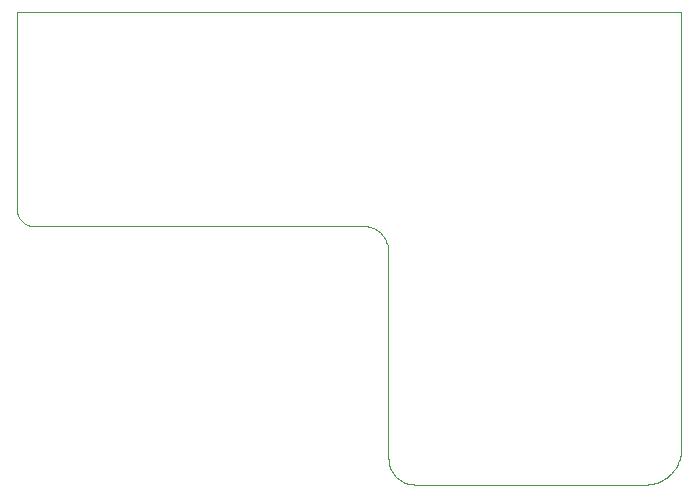
<source format=gko>
G75*
%MOIN*%
%OFA0B0*%
%FSLAX24Y24*%
%IPPOS*%
%LPD*%
%AMOC8*
5,1,8,0,0,1.08239X$1,22.5*
%
%ADD10C,0.0039*%
D10*
X000639Y008800D02*
X011639Y008800D01*
X011696Y008798D01*
X011753Y008793D01*
X011810Y008783D01*
X011865Y008770D01*
X011920Y008754D01*
X011974Y008733D01*
X012026Y008710D01*
X012077Y008683D01*
X012125Y008653D01*
X012172Y008619D01*
X012216Y008583D01*
X012258Y008544D01*
X012297Y008502D01*
X012333Y008458D01*
X012367Y008411D01*
X012397Y008363D01*
X012424Y008312D01*
X012447Y008260D01*
X012468Y008206D01*
X012484Y008151D01*
X012497Y008096D01*
X012507Y008039D01*
X012512Y007982D01*
X012514Y007925D01*
X012514Y001050D01*
X012516Y000993D01*
X012521Y000936D01*
X012531Y000879D01*
X012544Y000824D01*
X012560Y000769D01*
X012581Y000715D01*
X012604Y000663D01*
X012631Y000613D01*
X012661Y000564D01*
X012695Y000517D01*
X012731Y000473D01*
X012770Y000431D01*
X012812Y000392D01*
X012856Y000356D01*
X012903Y000322D01*
X012952Y000292D01*
X013002Y000265D01*
X013054Y000242D01*
X013108Y000221D01*
X013163Y000205D01*
X013218Y000192D01*
X013275Y000182D01*
X013332Y000177D01*
X013389Y000175D01*
X021014Y000175D01*
X022264Y001300D02*
X022264Y015925D01*
X000139Y015925D01*
X000139Y009300D01*
X000141Y009256D01*
X000147Y009213D01*
X000156Y009171D01*
X000169Y009129D01*
X000186Y009089D01*
X000206Y009050D01*
X000229Y009013D01*
X000256Y008979D01*
X000285Y008946D01*
X000318Y008917D01*
X000352Y008890D01*
X000389Y008867D01*
X000428Y008847D01*
X000468Y008830D01*
X000510Y008817D01*
X000552Y008808D01*
X000595Y008802D01*
X000639Y008800D01*
X021015Y000176D02*
X021081Y000174D01*
X021148Y000176D01*
X021214Y000182D01*
X021280Y000192D01*
X021346Y000205D01*
X021410Y000222D01*
X021474Y000242D01*
X021536Y000266D01*
X021597Y000294D01*
X021656Y000324D01*
X021713Y000358D01*
X021768Y000396D01*
X021822Y000436D01*
X021872Y000479D01*
X021921Y000525D01*
X021966Y000574D01*
X022009Y000625D01*
X022049Y000678D01*
X022086Y000734D01*
X022120Y000792D01*
X022150Y000851D01*
X022177Y000912D01*
X022201Y000974D01*
X022221Y001038D01*
X022237Y001103D01*
X022250Y001168D01*
X022259Y001234D01*
X022264Y001301D01*
M02*

</source>
